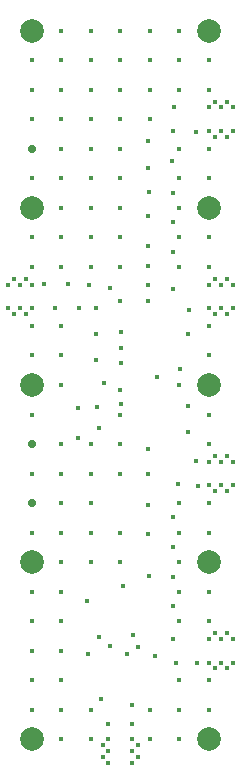
<source format=gbr>
%TF.GenerationSoftware,KiCad,Pcbnew,6.0.9+dfsg-1~bpo11+1*%
%TF.CreationDate,2022-12-01T10:00:25+01:00*%
%TF.ProjectId,019-tayloe-quadrature-product-detector,3031392d-7461-4796-9c6f-652d71756164,1*%
%TF.SameCoordinates,Original*%
%TF.FileFunction,Plated,1,2,PTH,Drill*%
%TF.FilePolarity,Positive*%
%FSLAX46Y46*%
G04 Gerber Fmt 4.6, Leading zero omitted, Abs format (unit mm)*
G04 Created by KiCad (PCBNEW 6.0.9+dfsg-1~bpo11+1) date 2022-12-01 10:00:25*
%MOMM*%
%LPD*%
G01*
G04 APERTURE LIST*
%TA.AperFunction,ViaDrill*%
%ADD10C,0.400000*%
%TD*%
%TA.AperFunction,ComponentDrill*%
%ADD11C,0.400000*%
%TD*%
%TA.AperFunction,ComponentDrill*%
%ADD12C,0.700000*%
%TD*%
%TA.AperFunction,ComponentDrill*%
%ADD13C,2.000000*%
%TD*%
G04 APERTURE END LIST*
D10*
X152500000Y-35000000D03*
X152500000Y-37500000D03*
X152500000Y-40000000D03*
X152500000Y-45000000D03*
X152500000Y-50000000D03*
X152500000Y-52500000D03*
X152500000Y-57500000D03*
X152500000Y-60000000D03*
X152500000Y-65000000D03*
X152500000Y-70000000D03*
X152500000Y-75000000D03*
X152500000Y-80000000D03*
X152500000Y-82500000D03*
X152500000Y-85000000D03*
X152500000Y-87500000D03*
X152500000Y-90000000D03*
X153555038Y-53954245D03*
X154475052Y-56020242D03*
X155000000Y-32500000D03*
X155000000Y-35000000D03*
X155000000Y-37500000D03*
X155000000Y-40000000D03*
X155000000Y-42500000D03*
X155000000Y-45000000D03*
X155000000Y-47500000D03*
X155000000Y-50000000D03*
X155000000Y-52500000D03*
X155000000Y-57500000D03*
X155000000Y-60000000D03*
X155000000Y-62500000D03*
X155000000Y-67500000D03*
X155000000Y-70000000D03*
X155000000Y-72500000D03*
X155000000Y-75000000D03*
X155000000Y-77500000D03*
X155000000Y-80000000D03*
X155000000Y-82500000D03*
X155000000Y-85000000D03*
X155000000Y-87500000D03*
X155000000Y-90000000D03*
X155000000Y-92500000D03*
X155572613Y-53938104D03*
X156434270Y-64420566D03*
X156434270Y-66953995D03*
X156524909Y-56020242D03*
X157149800Y-80797400D03*
X157265700Y-85300000D03*
X157364220Y-53994596D03*
X157500000Y-32500000D03*
X157500000Y-35000000D03*
X157500000Y-37500000D03*
X157500000Y-40000000D03*
X157500000Y-42500000D03*
X157500000Y-45000000D03*
X157500000Y-47500000D03*
X157500000Y-50000000D03*
X157500000Y-52500000D03*
X157500000Y-67500000D03*
X157500000Y-70000000D03*
X157500000Y-72500000D03*
X157500000Y-75000000D03*
X157500000Y-77500000D03*
X157500000Y-90000000D03*
X157500000Y-92500000D03*
X157953352Y-56020242D03*
X157969493Y-58166942D03*
X157969493Y-60394345D03*
X158014758Y-64350839D03*
X158154213Y-66163751D03*
X158200000Y-83800000D03*
X158369000Y-89100000D03*
X158631258Y-62371569D03*
X158970125Y-91197006D03*
X159147757Y-54325479D03*
X159168100Y-84617600D03*
X159946717Y-55406899D03*
X159995138Y-62904209D03*
X160000000Y-32500000D03*
X160000000Y-35000000D03*
X160000000Y-37500000D03*
X160000000Y-40000000D03*
X160000000Y-42500000D03*
X160000000Y-45000000D03*
X160000000Y-47500000D03*
X160000000Y-50000000D03*
X160000000Y-52500000D03*
X160000000Y-65000000D03*
X160000000Y-67500000D03*
X160000000Y-70000000D03*
X160000000Y-75000000D03*
X160000000Y-77500000D03*
X160043560Y-58029747D03*
X160059701Y-59353276D03*
X160075842Y-60620314D03*
X160083912Y-64130895D03*
X160215296Y-79475766D03*
X160600000Y-85300000D03*
X161014602Y-91197006D03*
X161021327Y-89589671D03*
X161100000Y-83700000D03*
X161500000Y-84700000D03*
X162351666Y-44148829D03*
X162355540Y-67883585D03*
X162359737Y-55406899D03*
X162360144Y-52409428D03*
X162367807Y-41848793D03*
X162367807Y-50742265D03*
X162367807Y-53994596D03*
X162375877Y-48159768D03*
X162384593Y-70043198D03*
X162384593Y-72677344D03*
X162384593Y-75088750D03*
X162393613Y-46117227D03*
X162394278Y-78662280D03*
X162500000Y-32500000D03*
X162500000Y-35000000D03*
X162500000Y-37500000D03*
X162500000Y-40000000D03*
X162500000Y-90000000D03*
X162500000Y-92500000D03*
X162965655Y-85421964D03*
X163086064Y-61863140D03*
X164417664Y-43511275D03*
X164427994Y-73684518D03*
X164427994Y-76221820D03*
X164433804Y-41009481D03*
X164434966Y-78715582D03*
X164434966Y-81209034D03*
X164437678Y-83969310D03*
X164441875Y-46271318D03*
X164458015Y-48660127D03*
X164458015Y-51258764D03*
X164482226Y-54365830D03*
X164506437Y-38959625D03*
X164679787Y-86012710D03*
X164903334Y-70847538D03*
X165000000Y-32500000D03*
X165000000Y-35000000D03*
X165000000Y-37500000D03*
X165000000Y-42500000D03*
X165000000Y-45000000D03*
X165000000Y-47500000D03*
X165000000Y-50000000D03*
X165000000Y-52500000D03*
X165000000Y-62500000D03*
X165000000Y-72500000D03*
X165000000Y-75000000D03*
X165000000Y-77500000D03*
X165000000Y-80000000D03*
X165000000Y-82500000D03*
X165000000Y-87500000D03*
X165000000Y-90000000D03*
X165000000Y-92500000D03*
X165071358Y-61112602D03*
X165714722Y-64248398D03*
X165714722Y-66479675D03*
X165725052Y-58215364D03*
X165781545Y-56117086D03*
X166409791Y-68944292D03*
X166435239Y-41041763D03*
X166481078Y-86022394D03*
X166544296Y-71029119D03*
X167500000Y-35000000D03*
X167500000Y-37500000D03*
X167500000Y-42500000D03*
X167500000Y-45000000D03*
X167500000Y-50000000D03*
X167500000Y-52500000D03*
X167500000Y-57500000D03*
X167500000Y-60000000D03*
X167500000Y-65000000D03*
X167500000Y-67500000D03*
X167500000Y-72500000D03*
X167500000Y-75000000D03*
X167500000Y-80000000D03*
X167500000Y-82500000D03*
X167500000Y-87500000D03*
X167500000Y-90000000D03*
D11*
%TO.C,J6*%
X150500000Y-54000000D03*
X150500000Y-56000000D03*
X151000000Y-53500000D03*
X151000000Y-56500000D03*
X151500000Y-54000000D03*
X151500000Y-56000000D03*
X152000000Y-53500000D03*
X152000000Y-56500000D03*
X152500000Y-54000000D03*
X152500000Y-56000000D03*
%TO.C,J1*%
X158500000Y-93000000D03*
X158500000Y-94000000D03*
X159000000Y-92500000D03*
X159000000Y-93500000D03*
X159000000Y-94500000D03*
X161000000Y-92500000D03*
X161000000Y-93500000D03*
X161000000Y-94500000D03*
X161500000Y-93000000D03*
X161500000Y-94000000D03*
%TO.C,J4*%
X167500000Y-39000000D03*
X167500000Y-41000000D03*
%TO.C,J5*%
X167500000Y-54000000D03*
X167500000Y-56000000D03*
%TO.C,J3*%
X167500000Y-69000000D03*
X167500000Y-71000000D03*
%TO.C,J2*%
X167500000Y-84000000D03*
X167500000Y-86000000D03*
%TO.C,J4*%
X168000000Y-38500000D03*
X168000000Y-41500000D03*
%TO.C,J5*%
X168000000Y-53500000D03*
X168000000Y-56500000D03*
%TO.C,J3*%
X168000000Y-68500000D03*
X168000000Y-71500000D03*
%TO.C,J2*%
X168000000Y-83500000D03*
X168000000Y-86500000D03*
%TO.C,J4*%
X168500000Y-39000000D03*
X168500000Y-41000000D03*
%TO.C,J5*%
X168500000Y-54000000D03*
X168500000Y-56000000D03*
%TO.C,J3*%
X168500000Y-69000000D03*
X168500000Y-71000000D03*
%TO.C,J2*%
X168500000Y-84000000D03*
X168500000Y-86000000D03*
%TO.C,J4*%
X169000000Y-38500000D03*
X169000000Y-41500000D03*
%TO.C,J5*%
X169000000Y-53500000D03*
X169000000Y-56500000D03*
%TO.C,J3*%
X169000000Y-68500000D03*
X169000000Y-71500000D03*
%TO.C,J2*%
X169000000Y-83500000D03*
X169000000Y-86500000D03*
%TO.C,J4*%
X169500000Y-39000000D03*
X169500000Y-41000000D03*
%TO.C,J5*%
X169500000Y-54000000D03*
X169500000Y-56000000D03*
%TO.C,J3*%
X169500000Y-69000000D03*
X169500000Y-71000000D03*
%TO.C,J2*%
X169500000Y-84000000D03*
X169500000Y-86000000D03*
D12*
%TO.C,J8*%
X152500000Y-42500000D03*
%TO.C,J9*%
X152500000Y-67500000D03*
%TO.C,J7*%
X152500000Y-72500000D03*
D13*
%TO.C,H9*%
X152500000Y-32500000D03*
%TO.C,H7*%
X152500000Y-47500000D03*
%TO.C,H6*%
X152500000Y-62500000D03*
%TO.C,H1*%
X152500000Y-77500000D03*
%TO.C,H2*%
X152500000Y-92500000D03*
%TO.C,H10*%
X167500000Y-32500000D03*
%TO.C,H8*%
X167500000Y-47500000D03*
%TO.C,H5*%
X167500000Y-62500000D03*
%TO.C,H4*%
X167500000Y-77500000D03*
%TO.C,H3*%
X167500000Y-92500000D03*
M02*

</source>
